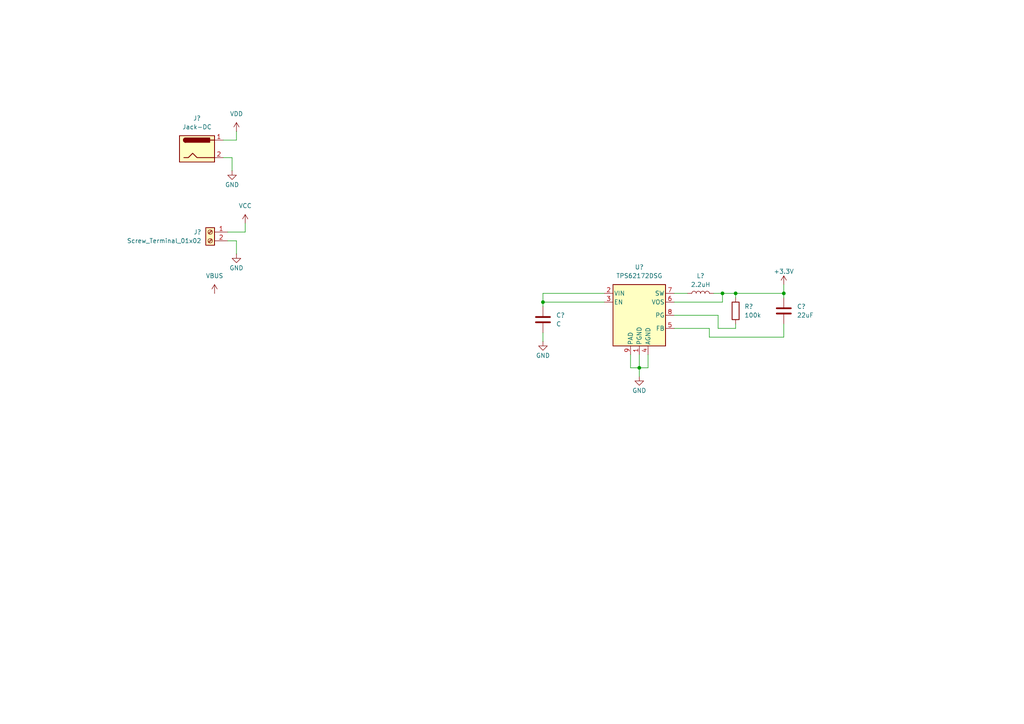
<source format=kicad_sch>
(kicad_sch (version 20231120) (generator "eeschema") (generator_version "8.0")
  (paper "A4")
  (lib_symbols
    (symbol "Connector:Jack-DC" (pin_names (offset 1.016))
      (property "Reference" "J" (at 0 5.334 0))
      (property "Value" "Jack-DC" (at 0 -5.08 0))
      (symbol "Jack-DC_0_1"
        (rectangle (start -5.08 3.81) (end 5.08 -3.81) (stroke (width 0.254)) (fill (type background)))
        (arc (start -3.302 3.175) (mid -3.9343 2.54) (end -3.302 1.905) (stroke (width 0.254)))
        (arc (start -3.302 3.175) (mid -3.9343 2.54) (end -3.302 1.905) (stroke (width 0.254)) (fill (type outline)))
        (polyline (pts (xy 5.08 2.54) (xy 3.81 2.54)) (stroke (width 0.254)))
        (polyline (pts (xy -3.81 -2.54) (xy -2.54 -2.54) (xy -1.27 -1.27) (xy 0 -2.54) (xy 2.54 -2.54) (xy 5.08 -2.54)) (stroke (width 0.254)))
        (rectangle (start 3.683 3.175) (end -3.302 1.905) (stroke (width 0.254)) (fill (type outline)))
      )
      (symbol "Jack-DC_1_1"
        (pin passive line (at 7.62 2.54 180) (length 2.54) (name "~") (number "1"))
        (pin passive line (at 7.62 -2.54 180) (length 2.54) (name "~") (number "2"))
      )
    )
    (symbol "Connector:Screw_Terminal_01x02" (pin_names (offset 1.016) hide)
      (property "Reference" "J" (at 0 2.54 0))
      (property "Value" "Screw_Terminal_01x02" (at 0 -5.08 0))
      (symbol "Screw_Terminal_01x02_1_1"
        (rectangle (start -1.27 1.27) (end 1.27 -3.81) (stroke (width 0.254)) (fill (type background)))
        (circle (center 0 -2.54) (radius 0.635) (stroke (width 0.1524)))
        (polyline (pts (xy -0.5334 -2.2098) (xy 0.3302 -3.048)) (stroke (width 0.1524)))
        (polyline (pts (xy -0.5334 0.3302) (xy 0.3302 -0.508)) (stroke (width 0.1524)))
        (polyline (pts (xy -0.3556 -2.032) (xy 0.508 -2.8702)) (stroke (width 0.1524)))
        (polyline (pts (xy -0.3556 0.508) (xy 0.508 -0.3302)) (stroke (width 0.1524)))
        (circle (center 0 0) (radius 0.635) (stroke (width 0.1524)))
        (pin passive line (at -5.08 0 0) (length 3.81) (name "Pin_1") (number "1"))
        (pin passive line (at -5.08 -2.54 0) (length 3.81) (name "Pin_2") (number "2"))
      )
    )
    (symbol "Device:C" (pin_numbers hide) (pin_names (offset 0.254))
      (property "Reference" "C" (at 0.635 2.54 0))
      (property "Value" "C" (at 0.635 -2.54 0))
      (symbol "C_0_1"
        (polyline (pts (xy -2.032 -0.762) (xy 2.032 -0.762)) (stroke (width 0.508)))
        (polyline (pts (xy -2.032 0.762) (xy 2.032 0.762)) (stroke (width 0.508)))
      )
      (symbol "C_1_1"
        (pin passive line (at 0 3.81 270) (length 2.794) (name "~") (number "1"))
        (pin passive line (at 0 -3.81 90) (length 2.794) (name "~") (number "2"))
      )
    )
    (symbol "Device:L" (pin_numbers hide) (pin_names (offset 1.016) hide)
      (property "Reference" "L" (at -1.27 0 90))
      (property "Value" "L" (at 1.905 0 90))
      (symbol "L_0_1"
        (arc (start 0 -2.54) (mid 0.6323 -1.905) (end 0 -1.27))
        (arc (start 0 -1.27) (mid 0.6323 -0.635) (end 0 0))
        (arc (start 0 0) (mid 0.6323 0.635) (end 0 1.27))
        (arc (start 0 1.27) (mid 0.6323 1.905) (end 0 2.54))
      )
      (symbol "L_1_1"
        (pin passive line (at 0 3.81 270) (length 1.27) (name "1") (number "1"))
        (pin passive line (at 0 -3.81 90) (length 1.27) (name "2") (number "2"))
      )
    )
    (symbol "Device:R" (pin_numbers hide) (pin_names (offset 0))
      (property "Reference" "R" (at 2.032 0 90))
      (property "Value" "R" (at 0 0 90))
      (symbol "R_0_1"
        (rectangle (start -1.016 -2.54) (end 1.016 2.54) (stroke (width 0.254)))
      )
      (symbol "R_1_1"
        (pin passive line (at 0 3.81 270) (length 1.27) (name "~") (number "1"))
        (pin passive line (at 0 -3.81 90) (length 1.27) (name "~") (number "2"))
      )
    )
    (symbol "Regulator_Switching:TPS62172DSG" (pin_names (offset 0.254))
      (property "Reference" "U?" (at 0 15.24 0))
      (property "Value" "TPS62172DSG" (at 0 12.7 0))
      (symbol "TPS62172DSG_0_1"
        (rectangle (start -7.62 10.16) (end 7.62 -7.62) (stroke (width 0.254)) (fill (type background)))
      )
      (symbol "TPS62172DSG_1_1"
        (pin power_in line (at 0 -10.16 90) (length 2.54) (name "PGND") (number "1"))
        (pin power_in line (at -10.16 7.62 0) (length 2.54) (name "VIN") (number "2"))
        (pin input line (at -10.16 5.08 0) (length 2.54) (name "EN") (number "3"))
        (pin power_in line (at 2.54 -10.16 90) (length 2.54) (name "AGND") (number "4"))
        (pin input line (at 10.16 -2.54 180) (length 2.54) (name "FB") (number "5"))
        (pin input line (at 10.16 5.08 180) (length 2.54) (name "VOS") (number "6"))
        (pin output line (at 10.16 7.62 180) (length 2.54) (name "SW") (number "7"))
        (pin open_collector line (at 10.16 1.27 180) (length 2.54) (name "PG") (number "8"))
        (pin power_in line (at -2.54 -10.16 90) (length 2.54) (name "PAD") (number "9"))
      )
    )
    (symbol "power:+3.3V" (power) (pin_numbers hide) (pin_names (offset 0) hide)
      (property "Value" "+3.3V" (at 0 3.556 0))
      (symbol "+3.3V_0_1"
        (polyline (pts (xy -0.762 1.27) (xy 0 2.54)))
        (polyline (pts (xy 0 0) (xy 0 2.54)))
        (polyline (pts (xy 0 2.54) (xy 0.762 1.27)))
      )
      (symbol "+3.3V_1_1"
        (pin power_in line (at 0 0 90) (length 0) (name "~") (number "1"))
      )
    )
    (symbol "power:GND" (power) (pin_numbers hide) (pin_names (offset 0) hide)
      (property "Value" "GND" (at 0 -3.81 0))
      (symbol "GND_0_1"
        (polyline (pts (xy 0 0) (xy 0 -1.27) (xy 1.27 -1.27) (xy 0 -2.54) (xy -1.27 -1.27) (xy 0 -1.27)))
      )
      (symbol "GND_1_1"
        (pin power_in line (at 0 0 270) (length 0) (name "~") (number "1"))
      )
    )
    (symbol "power:VBUS" (power) (pin_numbers hide) (pin_names (offset 0) hide)
      (property "Value" "VBUS" (at 0 3.556 0))
      (symbol "VBUS_0_1"
        (polyline (pts (xy -0.762 1.27) (xy 0 2.54)))
        (polyline (pts (xy 0 0) (xy 0 2.54)))
        (polyline (pts (xy 0 2.54) (xy 0.762 1.27)))
      )
      (symbol "VBUS_1_1"
        (pin power_in line (at 0 0 90) (length 0) (name "~") (number "1"))
      )
    )
    (symbol "power:VCC" (power) (pin_numbers hide) (pin_names (offset 0) hide)
      (property "Value" "VCC" (at 0 3.556 0))
      (symbol "VCC_0_1"
        (polyline (pts (xy -0.762 1.27) (xy 0 2.54)))
        (polyline (pts (xy 0 0) (xy 0 2.54)))
        (polyline (pts (xy 0 2.54) (xy 0.762 1.27)))
      )
      (symbol "VCC_1_1"
        (pin power_in line (at 0 0 90) (length 0) (name "~") (number "1"))
      )
    )
    (symbol "power:VDD" (power) (pin_numbers hide) (pin_names (offset 0) hide)
      (property "Value" "VDD" (at 0 3.556 0))
      (symbol "VDD_0_1"
        (polyline (pts (xy -0.762 1.27) (xy 0 2.54)))
        (polyline (pts (xy 0 0) (xy 0 2.54)))
        (polyline (pts (xy 0 2.54) (xy 0.762 1.27)))
      )
      (symbol "VDD_1_1"
        (pin power_in line (at 0 0 90) (length 0) (name "~") (number "1"))
      )
    )
  )
  (junction (at 157.48 87.63))
  (junction (at 185.42 106.68))
  (junction (at 213.36 85.09))
  (junction (at 227.33 85.09))
  (junction (at 209.55 85.09))
  (wire (pts (xy 182.88 102.87) (xy 182.88 106.68)))
  (wire (pts (xy 185.42 106.68) (xy 187.96 106.68)))
  (wire (pts (xy 227.33 82.55) (xy 227.33 85.09)))
  (wire (pts (xy 195.58 91.44) (xy 208.28 91.44)))
  (wire (pts (xy 213.36 93.98) (xy 213.36 95.25)))
  (wire (pts (xy 185.42 106.68) (xy 185.42 109.22)))
  (wire (pts (xy 68.58 38.1) (xy 68.58 40.64)))
  (wire (pts (xy 64.77 45.72) (xy 67.31 45.72)))
  (wire (pts (xy 157.48 96.52) (xy 157.48 99.06)))
  (wire (pts (xy 157.48 87.63) (xy 175.26 87.63)))
  (wire (pts (xy 66.04 69.85) (xy 68.58 69.85)))
  (wire (pts (xy 227.33 93.98) (xy 227.33 97.79)))
  (wire (pts (xy 207.01 85.09) (xy 209.55 85.09)))
  (wire (pts (xy 213.36 95.25) (xy 208.28 95.25)))
  (wire (pts (xy 68.58 69.85) (xy 68.58 73.66)))
  (wire (pts (xy 157.48 85.09) (xy 157.48 87.63)))
  (wire (pts (xy 208.28 95.25) (xy 208.28 91.44)))
  (wire (pts (xy 185.42 102.87) (xy 185.42 106.68)))
  (wire (pts (xy 68.58 40.64) (xy 64.77 40.64)))
  (wire (pts (xy 157.48 87.63) (xy 157.48 88.9)))
  (wire (pts (xy 182.88 106.68) (xy 185.42 106.68)))
  (wire (pts (xy 67.31 45.72) (xy 67.31 49.53)))
  (wire (pts (xy 195.58 87.63) (xy 209.55 87.63)))
  (wire (pts (xy 209.55 87.63) (xy 209.55 85.09)))
  (wire (pts (xy 187.96 102.87) (xy 187.96 106.68)))
  (wire (pts (xy 205.74 97.79) (xy 205.74 95.25)))
  (wire (pts (xy 209.55 85.09) (xy 213.36 85.09)))
  (wire (pts (xy 227.33 85.09) (xy 227.33 86.36)))
  (wire (pts (xy 71.12 67.31) (xy 66.04 67.31)))
  (wire (pts (xy 195.58 85.09) (xy 199.39 85.09)))
  (wire (pts (xy 227.33 97.79) (xy 205.74 97.79)))
  (wire (pts (xy 195.58 95.25) (xy 205.74 95.25)))
  (wire (pts (xy 213.36 85.09) (xy 227.33 85.09)))
  (wire (pts (xy 213.36 85.09) (xy 213.36 86.36)))
  (wire (pts (xy 71.12 64.77) (xy 71.12 67.31)))
  (wire (pts (xy 175.26 85.09) (xy 157.48 85.09)))
  (symbol (lib_id "power:VBUS") (at 62.23 85.09 0) (unit 1)
    (property "Reference" "#PWR09" (effects (hide yes)))
    (property "Value" "VBUS" (at 62.23 80.01 0))
    (property "Description" "Power symbol creates a global label with name \"VBUS\"" (effects (hide yes)))
  )
  (symbol (lib_id "power:GND") (at 157.48 99.06 0) (unit 1)
    (property "Reference" "#PWR015" (effects (hide yes)))
    (property "Value" "GND" (at 157.48 103.124 0))
    (property "Description" "Power symbol creates a global label with name \"GND\" , ground" (effects (hide yes)))
  )
  (symbol (lib_id "Connector:Screw_Terminal_01x02") (at 60.96 67.31 0) (mirror y) (unit 1)
    (property "Reference" "J?" (at 58.42 67.3099 0) (effects (justify left)))
    (property "Value" "Screw_Terminal_01x02" (at 58.42 69.8499 0) (effects (justify left)))
    (property "Description" "Generic screw terminal, single row, 01x02, script generated (kicad-library-utils/schlib/autogen/connector/)" (effects (hide yes)))
  )
  (symbol (lib_id "Device:R") (at 213.36 90.17 180) (unit 1)
    (property "Reference" "R?" (at 215.9 88.8999 0) (effects (justify right)))
    (property "Value" "100k" (at 215.9 91.4399 0) (effects (justify right)))
    (property "Description" "Resistor" (effects (hide yes)))
  )
  (symbol (lib_id "Device:C") (at 227.33 90.17 0) (unit 1)
    (property "Reference" "C?" (at 231.14 88.8999 0) (effects (justify left)))
    (property "Value" "22uF" (at 231.14 91.4399 0) (effects (justify left)))
    (property "Description" "Unpolarized capacitor" (effects (hide yes)))
  )
  (symbol (lib_id "power:VCC") (at 71.12 64.77 0) (unit 1)
    (property "Reference" "#PWR012" (effects (hide yes)))
    (property "Value" "VCC" (at 71.12 59.69 0))
    (property "Description" "Power symbol creates a global label with name \"VCC\"" (effects (hide yes)))
  )
  (symbol (lib_id "Connector:Jack-DC") (at 57.15 43.18 0) (unit 1)
    (property "Reference" "J?" (at 57.15 34.29 0))
    (property "Value" "Jack-DC" (at 57.15 36.83 0))
    (property "Description" "DC Barrel Jack" (effects (hide yes)))
  )
  (symbol (lib_id "Regulator_Switching:TPS62172DSG") (at 185.42 92.71 0) (unit 1)
    (property "Reference" "U?" (at 185.42 77.47 0))
    (property "Value" "TPS62172DSG" (at 185.42 80.01 0))
    (property "Footprint" "Package_SON:WSON-8-1EP_2x2mm_P0.5mm_EP0.9x1.6mm_ThermalVias" (effects (hide yes)))
    (property "Datasheet" "http://www.ti.com/lit/ds/symlink/tps62170.pdf" (effects (hide yes)))
    (property "Description" "500mA Step-Down Converter with DCS-Control, fixed 3.3V output, 3-17V input voltage, WSON-8" (effects (hide yes)))
  )
  (symbol (lib_id "power:GND") (at 67.31 49.53 0) (unit 1)
    (property "Reference" "#PWR010" (effects (hide yes)))
    (property "Value" "GND" (at 67.31 53.594 0))
    (property "Description" "Power symbol creates a global label with name \"GND\" , ground" (effects (hide yes)))
  )
  (symbol (lib_id "power:+3.3V") (at 227.33 82.55 0) (unit 1)
    (property "Reference" "#PWR016" (effects (hide yes)))
    (property "Value" "+3.3V" (at 227.33 78.74 0))
    (property "Description" "Power symbol creates a global label with name \"+3.3V\"" (effects (hide yes)))
  )
  (symbol (lib_id "power:VDD") (at 68.58 38.1 0) (unit 1)
    (property "Reference" "#PWR013" (effects (hide yes)))
    (property "Value" "VDD" (at 68.58 33.02 0))
    (property "Description" "Power symbol creates a global label with name \"VDD\"" (effects (hide yes)))
  )
  (symbol (lib_id "power:GND") (at 68.58 73.66 0) (unit 1)
    (property "Reference" "#PWR011" (effects (hide yes)))
    (property "Value" "GND" (at 68.58 77.724 0))
    (property "Description" "Power symbol creates a global label with name \"GND\" , ground" (effects (hide yes)))
  )
  (symbol (lib_id "Device:C") (at 157.48 92.71 0) (unit 1)
    (property "Reference" "C?" (at 161.29 91.4399 0) (effects (justify left)))
    (property "Value" "C" (at 161.29 93.9799 0) (effects (justify left)))
    (property "Footprint" "10uF" (effects (hide yes)))
    (property "Description" "Unpolarized capacitor" (effects (hide yes)))
  )
  (symbol (lib_id "Device:L") (at 203.2 85.09 90) (unit 1)
    (property "Reference" "L?" (at 203.2 80.01 90))
    (property "Value" "2.2uH" (at 203.2 82.55 90))
    (property "Description" "Inductor" (effects (hide yes)))
  )
  (symbol (lib_id "power:GND") (at 185.42 109.22 0) (unit 1)
    (property "Reference" "#PWR014" (effects (hide yes)))
    (property "Value" "GND" (at 185.42 113.284 0))
    (property "Description" "Power symbol creates a global label with name \"GND\" , ground" (effects (hide yes)))
  )
)
</source>
